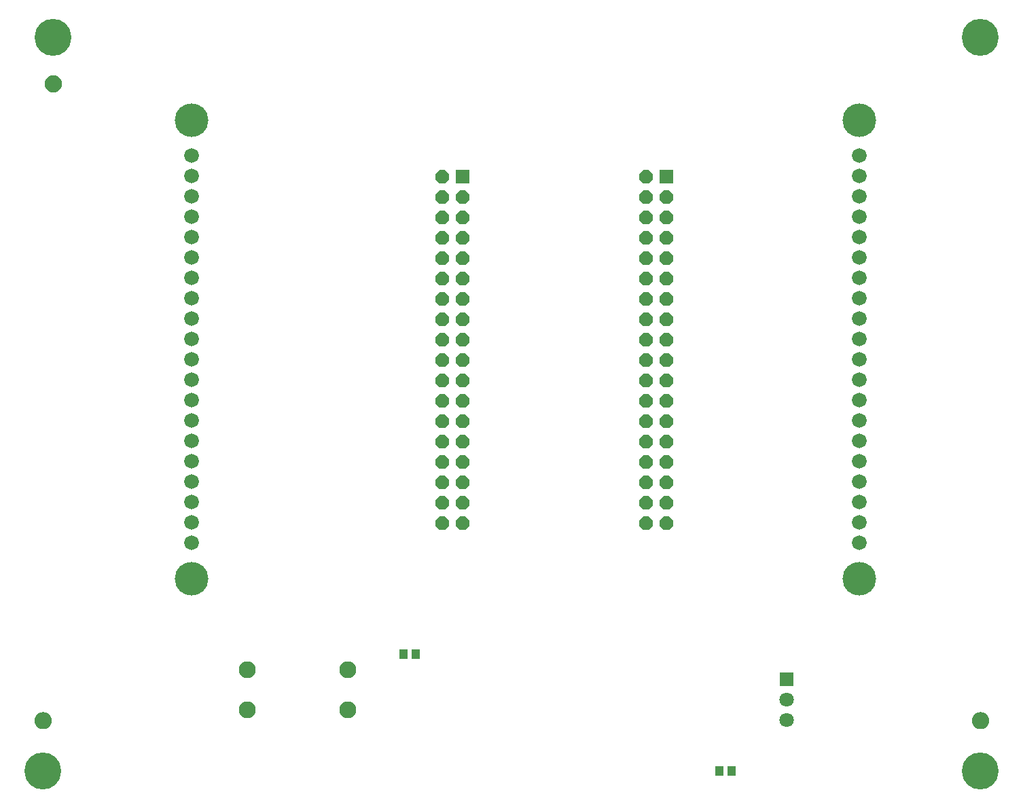
<source format=gbr>
G04 EAGLE Gerber RS-274X export*
G75*
%MOMM*%
%FSLAX34Y34*%
%LPD*%
%INSoldermask Top*%
%IPPOS*%
%AMOC8*
5,1,8,0,0,1.08239X$1,22.5*%
G01*
%ADD10C,2.112400*%
%ADD11R,1.102359X1.183641*%
%ADD12R,1.803400X1.803400*%
%ADD13C,1.803400*%
%ADD14R,1.676400X1.676400*%
%ADD15P,1.814519X8X292.500000*%
%ADD16C,1.828800*%
%ADD17C,4.168400*%
%ADD18C,0.609600*%
%ADD19C,1.168400*%
%ADD20C,4.597400*%


D10*
X430800Y177400D03*
X430800Y127400D03*
X305800Y127400D03*
X305800Y177400D03*
D11*
X499999Y196850D03*
X516001Y196850D03*
D12*
X977900Y165100D03*
D13*
X977900Y139700D03*
X977900Y114300D03*
D14*
X828300Y791800D03*
D15*
X802900Y791800D03*
X828300Y766400D03*
X802900Y766400D03*
X828300Y741000D03*
X802900Y741000D03*
X828300Y715600D03*
X802900Y715600D03*
X828300Y690200D03*
X802900Y690200D03*
X828300Y664800D03*
X802900Y664800D03*
X828300Y639400D03*
X802900Y639400D03*
X828300Y614000D03*
X802900Y614000D03*
X828300Y588600D03*
X802900Y588600D03*
X828300Y563200D03*
X802900Y563200D03*
X828300Y537800D03*
X802900Y537800D03*
X828300Y512400D03*
X802900Y512400D03*
X828300Y487000D03*
X802900Y487000D03*
X828300Y461600D03*
X802900Y461600D03*
X828300Y436200D03*
X802900Y436200D03*
X828300Y410800D03*
X802900Y410800D03*
X828300Y385400D03*
X802900Y385400D03*
X828300Y360000D03*
X802900Y360000D03*
D14*
X574300Y791800D03*
D15*
X548900Y791800D03*
X574300Y766400D03*
X548900Y766400D03*
X574300Y741000D03*
X548900Y741000D03*
X574300Y715600D03*
X548900Y715600D03*
X574300Y690200D03*
X548900Y690200D03*
X574300Y664800D03*
X548900Y664800D03*
X574300Y639400D03*
X548900Y639400D03*
X574300Y614000D03*
X548900Y614000D03*
X574300Y588600D03*
X548900Y588600D03*
X574300Y563200D03*
X548900Y563200D03*
X574300Y537800D03*
X548900Y537800D03*
X574300Y512400D03*
X548900Y512400D03*
X574300Y487000D03*
X548900Y487000D03*
X574300Y461600D03*
X548900Y461600D03*
X574300Y436200D03*
X548900Y436200D03*
X574300Y410800D03*
X548900Y410800D03*
X574300Y385400D03*
X548900Y385400D03*
X574300Y360000D03*
X548900Y360000D03*
D16*
X236220Y817880D03*
X236220Y792480D03*
X236220Y767080D03*
X236220Y741680D03*
X236220Y716280D03*
X236220Y690880D03*
X236220Y665480D03*
X236220Y640080D03*
X236220Y614680D03*
X236220Y589280D03*
X236220Y563880D03*
X236220Y538480D03*
X236220Y513080D03*
X236220Y487680D03*
X236220Y462280D03*
X236220Y436880D03*
X236220Y411480D03*
X236220Y386080D03*
X236220Y360680D03*
X236220Y335280D03*
X1068070Y817880D03*
X1068070Y792480D03*
X1068070Y767080D03*
X1068070Y741680D03*
X1068070Y716280D03*
X1068070Y690880D03*
X1068070Y665480D03*
X1068070Y640080D03*
X1068070Y614680D03*
X1068070Y589280D03*
X1068070Y563880D03*
X1068070Y538480D03*
X1068070Y513080D03*
X1068070Y487680D03*
X1068070Y462280D03*
X1068070Y436880D03*
X1068070Y411480D03*
X1068070Y386080D03*
X1068070Y360680D03*
X1068070Y335280D03*
D17*
X1068070Y290830D03*
X1068070Y862330D03*
X236220Y290830D03*
X236220Y862330D03*
D18*
X55880Y908050D02*
X55882Y908237D01*
X55889Y908424D01*
X55901Y908611D01*
X55917Y908797D01*
X55937Y908983D01*
X55962Y909168D01*
X55992Y909353D01*
X56026Y909537D01*
X56065Y909720D01*
X56108Y909902D01*
X56156Y910082D01*
X56208Y910262D01*
X56265Y910440D01*
X56325Y910617D01*
X56391Y910792D01*
X56460Y910966D01*
X56534Y911138D01*
X56612Y911308D01*
X56694Y911476D01*
X56780Y911642D01*
X56870Y911806D01*
X56964Y911967D01*
X57062Y912127D01*
X57164Y912283D01*
X57270Y912438D01*
X57380Y912589D01*
X57493Y912738D01*
X57610Y912884D01*
X57730Y913027D01*
X57854Y913167D01*
X57981Y913304D01*
X58112Y913438D01*
X58246Y913569D01*
X58383Y913696D01*
X58523Y913820D01*
X58666Y913940D01*
X58812Y914057D01*
X58961Y914170D01*
X59112Y914280D01*
X59267Y914386D01*
X59423Y914488D01*
X59583Y914586D01*
X59744Y914680D01*
X59908Y914770D01*
X60074Y914856D01*
X60242Y914938D01*
X60412Y915016D01*
X60584Y915090D01*
X60758Y915159D01*
X60933Y915225D01*
X61110Y915285D01*
X61288Y915342D01*
X61468Y915394D01*
X61648Y915442D01*
X61830Y915485D01*
X62013Y915524D01*
X62197Y915558D01*
X62382Y915588D01*
X62567Y915613D01*
X62753Y915633D01*
X62939Y915649D01*
X63126Y915661D01*
X63313Y915668D01*
X63500Y915670D01*
X63687Y915668D01*
X63874Y915661D01*
X64061Y915649D01*
X64247Y915633D01*
X64433Y915613D01*
X64618Y915588D01*
X64803Y915558D01*
X64987Y915524D01*
X65170Y915485D01*
X65352Y915442D01*
X65532Y915394D01*
X65712Y915342D01*
X65890Y915285D01*
X66067Y915225D01*
X66242Y915159D01*
X66416Y915090D01*
X66588Y915016D01*
X66758Y914938D01*
X66926Y914856D01*
X67092Y914770D01*
X67256Y914680D01*
X67417Y914586D01*
X67577Y914488D01*
X67733Y914386D01*
X67888Y914280D01*
X68039Y914170D01*
X68188Y914057D01*
X68334Y913940D01*
X68477Y913820D01*
X68617Y913696D01*
X68754Y913569D01*
X68888Y913438D01*
X69019Y913304D01*
X69146Y913167D01*
X69270Y913027D01*
X69390Y912884D01*
X69507Y912738D01*
X69620Y912589D01*
X69730Y912438D01*
X69836Y912283D01*
X69938Y912127D01*
X70036Y911967D01*
X70130Y911806D01*
X70220Y911642D01*
X70306Y911476D01*
X70388Y911308D01*
X70466Y911138D01*
X70540Y910966D01*
X70609Y910792D01*
X70675Y910617D01*
X70735Y910440D01*
X70792Y910262D01*
X70844Y910082D01*
X70892Y909902D01*
X70935Y909720D01*
X70974Y909537D01*
X71008Y909353D01*
X71038Y909168D01*
X71063Y908983D01*
X71083Y908797D01*
X71099Y908611D01*
X71111Y908424D01*
X71118Y908237D01*
X71120Y908050D01*
X71118Y907863D01*
X71111Y907676D01*
X71099Y907489D01*
X71083Y907303D01*
X71063Y907117D01*
X71038Y906932D01*
X71008Y906747D01*
X70974Y906563D01*
X70935Y906380D01*
X70892Y906198D01*
X70844Y906018D01*
X70792Y905838D01*
X70735Y905660D01*
X70675Y905483D01*
X70609Y905308D01*
X70540Y905134D01*
X70466Y904962D01*
X70388Y904792D01*
X70306Y904624D01*
X70220Y904458D01*
X70130Y904294D01*
X70036Y904133D01*
X69938Y903973D01*
X69836Y903817D01*
X69730Y903662D01*
X69620Y903511D01*
X69507Y903362D01*
X69390Y903216D01*
X69270Y903073D01*
X69146Y902933D01*
X69019Y902796D01*
X68888Y902662D01*
X68754Y902531D01*
X68617Y902404D01*
X68477Y902280D01*
X68334Y902160D01*
X68188Y902043D01*
X68039Y901930D01*
X67888Y901820D01*
X67733Y901714D01*
X67577Y901612D01*
X67417Y901514D01*
X67256Y901420D01*
X67092Y901330D01*
X66926Y901244D01*
X66758Y901162D01*
X66588Y901084D01*
X66416Y901010D01*
X66242Y900941D01*
X66067Y900875D01*
X65890Y900815D01*
X65712Y900758D01*
X65532Y900706D01*
X65352Y900658D01*
X65170Y900615D01*
X64987Y900576D01*
X64803Y900542D01*
X64618Y900512D01*
X64433Y900487D01*
X64247Y900467D01*
X64061Y900451D01*
X63874Y900439D01*
X63687Y900432D01*
X63500Y900430D01*
X63313Y900432D01*
X63126Y900439D01*
X62939Y900451D01*
X62753Y900467D01*
X62567Y900487D01*
X62382Y900512D01*
X62197Y900542D01*
X62013Y900576D01*
X61830Y900615D01*
X61648Y900658D01*
X61468Y900706D01*
X61288Y900758D01*
X61110Y900815D01*
X60933Y900875D01*
X60758Y900941D01*
X60584Y901010D01*
X60412Y901084D01*
X60242Y901162D01*
X60074Y901244D01*
X59908Y901330D01*
X59744Y901420D01*
X59583Y901514D01*
X59423Y901612D01*
X59267Y901714D01*
X59112Y901820D01*
X58961Y901930D01*
X58812Y902043D01*
X58666Y902160D01*
X58523Y902280D01*
X58383Y902404D01*
X58246Y902531D01*
X58112Y902662D01*
X57981Y902796D01*
X57854Y902933D01*
X57730Y903073D01*
X57610Y903216D01*
X57493Y903362D01*
X57380Y903511D01*
X57270Y903662D01*
X57164Y903817D01*
X57062Y903973D01*
X56964Y904133D01*
X56870Y904294D01*
X56780Y904458D01*
X56694Y904624D01*
X56612Y904792D01*
X56534Y904962D01*
X56460Y905134D01*
X56391Y905308D01*
X56325Y905483D01*
X56265Y905660D01*
X56208Y905838D01*
X56156Y906018D01*
X56108Y906198D01*
X56065Y906380D01*
X56026Y906563D01*
X55992Y906747D01*
X55962Y906932D01*
X55937Y907117D01*
X55917Y907303D01*
X55901Y907489D01*
X55889Y907676D01*
X55882Y907863D01*
X55880Y908050D01*
D19*
X63500Y908050D03*
D18*
X1211580Y114300D02*
X1211582Y114487D01*
X1211589Y114674D01*
X1211601Y114861D01*
X1211617Y115047D01*
X1211637Y115233D01*
X1211662Y115418D01*
X1211692Y115603D01*
X1211726Y115787D01*
X1211765Y115970D01*
X1211808Y116152D01*
X1211856Y116332D01*
X1211908Y116512D01*
X1211965Y116690D01*
X1212025Y116867D01*
X1212091Y117042D01*
X1212160Y117216D01*
X1212234Y117388D01*
X1212312Y117558D01*
X1212394Y117726D01*
X1212480Y117892D01*
X1212570Y118056D01*
X1212664Y118217D01*
X1212762Y118377D01*
X1212864Y118533D01*
X1212970Y118688D01*
X1213080Y118839D01*
X1213193Y118988D01*
X1213310Y119134D01*
X1213430Y119277D01*
X1213554Y119417D01*
X1213681Y119554D01*
X1213812Y119688D01*
X1213946Y119819D01*
X1214083Y119946D01*
X1214223Y120070D01*
X1214366Y120190D01*
X1214512Y120307D01*
X1214661Y120420D01*
X1214812Y120530D01*
X1214967Y120636D01*
X1215123Y120738D01*
X1215283Y120836D01*
X1215444Y120930D01*
X1215608Y121020D01*
X1215774Y121106D01*
X1215942Y121188D01*
X1216112Y121266D01*
X1216284Y121340D01*
X1216458Y121409D01*
X1216633Y121475D01*
X1216810Y121535D01*
X1216988Y121592D01*
X1217168Y121644D01*
X1217348Y121692D01*
X1217530Y121735D01*
X1217713Y121774D01*
X1217897Y121808D01*
X1218082Y121838D01*
X1218267Y121863D01*
X1218453Y121883D01*
X1218639Y121899D01*
X1218826Y121911D01*
X1219013Y121918D01*
X1219200Y121920D01*
X1219387Y121918D01*
X1219574Y121911D01*
X1219761Y121899D01*
X1219947Y121883D01*
X1220133Y121863D01*
X1220318Y121838D01*
X1220503Y121808D01*
X1220687Y121774D01*
X1220870Y121735D01*
X1221052Y121692D01*
X1221232Y121644D01*
X1221412Y121592D01*
X1221590Y121535D01*
X1221767Y121475D01*
X1221942Y121409D01*
X1222116Y121340D01*
X1222288Y121266D01*
X1222458Y121188D01*
X1222626Y121106D01*
X1222792Y121020D01*
X1222956Y120930D01*
X1223117Y120836D01*
X1223277Y120738D01*
X1223433Y120636D01*
X1223588Y120530D01*
X1223739Y120420D01*
X1223888Y120307D01*
X1224034Y120190D01*
X1224177Y120070D01*
X1224317Y119946D01*
X1224454Y119819D01*
X1224588Y119688D01*
X1224719Y119554D01*
X1224846Y119417D01*
X1224970Y119277D01*
X1225090Y119134D01*
X1225207Y118988D01*
X1225320Y118839D01*
X1225430Y118688D01*
X1225536Y118533D01*
X1225638Y118377D01*
X1225736Y118217D01*
X1225830Y118056D01*
X1225920Y117892D01*
X1226006Y117726D01*
X1226088Y117558D01*
X1226166Y117388D01*
X1226240Y117216D01*
X1226309Y117042D01*
X1226375Y116867D01*
X1226435Y116690D01*
X1226492Y116512D01*
X1226544Y116332D01*
X1226592Y116152D01*
X1226635Y115970D01*
X1226674Y115787D01*
X1226708Y115603D01*
X1226738Y115418D01*
X1226763Y115233D01*
X1226783Y115047D01*
X1226799Y114861D01*
X1226811Y114674D01*
X1226818Y114487D01*
X1226820Y114300D01*
X1226818Y114113D01*
X1226811Y113926D01*
X1226799Y113739D01*
X1226783Y113553D01*
X1226763Y113367D01*
X1226738Y113182D01*
X1226708Y112997D01*
X1226674Y112813D01*
X1226635Y112630D01*
X1226592Y112448D01*
X1226544Y112268D01*
X1226492Y112088D01*
X1226435Y111910D01*
X1226375Y111733D01*
X1226309Y111558D01*
X1226240Y111384D01*
X1226166Y111212D01*
X1226088Y111042D01*
X1226006Y110874D01*
X1225920Y110708D01*
X1225830Y110544D01*
X1225736Y110383D01*
X1225638Y110223D01*
X1225536Y110067D01*
X1225430Y109912D01*
X1225320Y109761D01*
X1225207Y109612D01*
X1225090Y109466D01*
X1224970Y109323D01*
X1224846Y109183D01*
X1224719Y109046D01*
X1224588Y108912D01*
X1224454Y108781D01*
X1224317Y108654D01*
X1224177Y108530D01*
X1224034Y108410D01*
X1223888Y108293D01*
X1223739Y108180D01*
X1223588Y108070D01*
X1223433Y107964D01*
X1223277Y107862D01*
X1223117Y107764D01*
X1222956Y107670D01*
X1222792Y107580D01*
X1222626Y107494D01*
X1222458Y107412D01*
X1222288Y107334D01*
X1222116Y107260D01*
X1221942Y107191D01*
X1221767Y107125D01*
X1221590Y107065D01*
X1221412Y107008D01*
X1221232Y106956D01*
X1221052Y106908D01*
X1220870Y106865D01*
X1220687Y106826D01*
X1220503Y106792D01*
X1220318Y106762D01*
X1220133Y106737D01*
X1219947Y106717D01*
X1219761Y106701D01*
X1219574Y106689D01*
X1219387Y106682D01*
X1219200Y106680D01*
X1219013Y106682D01*
X1218826Y106689D01*
X1218639Y106701D01*
X1218453Y106717D01*
X1218267Y106737D01*
X1218082Y106762D01*
X1217897Y106792D01*
X1217713Y106826D01*
X1217530Y106865D01*
X1217348Y106908D01*
X1217168Y106956D01*
X1216988Y107008D01*
X1216810Y107065D01*
X1216633Y107125D01*
X1216458Y107191D01*
X1216284Y107260D01*
X1216112Y107334D01*
X1215942Y107412D01*
X1215774Y107494D01*
X1215608Y107580D01*
X1215444Y107670D01*
X1215283Y107764D01*
X1215123Y107862D01*
X1214967Y107964D01*
X1214812Y108070D01*
X1214661Y108180D01*
X1214512Y108293D01*
X1214366Y108410D01*
X1214223Y108530D01*
X1214083Y108654D01*
X1213946Y108781D01*
X1213812Y108912D01*
X1213681Y109046D01*
X1213554Y109183D01*
X1213430Y109323D01*
X1213310Y109466D01*
X1213193Y109612D01*
X1213080Y109761D01*
X1212970Y109912D01*
X1212864Y110067D01*
X1212762Y110223D01*
X1212664Y110383D01*
X1212570Y110544D01*
X1212480Y110708D01*
X1212394Y110874D01*
X1212312Y111042D01*
X1212234Y111212D01*
X1212160Y111384D01*
X1212091Y111558D01*
X1212025Y111733D01*
X1211965Y111910D01*
X1211908Y112088D01*
X1211856Y112268D01*
X1211808Y112448D01*
X1211765Y112630D01*
X1211726Y112813D01*
X1211692Y112997D01*
X1211662Y113182D01*
X1211637Y113367D01*
X1211617Y113553D01*
X1211601Y113739D01*
X1211589Y113926D01*
X1211582Y114113D01*
X1211580Y114300D01*
D19*
X1219200Y114300D03*
D18*
X43180Y114300D02*
X43182Y114487D01*
X43189Y114674D01*
X43201Y114861D01*
X43217Y115047D01*
X43237Y115233D01*
X43262Y115418D01*
X43292Y115603D01*
X43326Y115787D01*
X43365Y115970D01*
X43408Y116152D01*
X43456Y116332D01*
X43508Y116512D01*
X43565Y116690D01*
X43625Y116867D01*
X43691Y117042D01*
X43760Y117216D01*
X43834Y117388D01*
X43912Y117558D01*
X43994Y117726D01*
X44080Y117892D01*
X44170Y118056D01*
X44264Y118217D01*
X44362Y118377D01*
X44464Y118533D01*
X44570Y118688D01*
X44680Y118839D01*
X44793Y118988D01*
X44910Y119134D01*
X45030Y119277D01*
X45154Y119417D01*
X45281Y119554D01*
X45412Y119688D01*
X45546Y119819D01*
X45683Y119946D01*
X45823Y120070D01*
X45966Y120190D01*
X46112Y120307D01*
X46261Y120420D01*
X46412Y120530D01*
X46567Y120636D01*
X46723Y120738D01*
X46883Y120836D01*
X47044Y120930D01*
X47208Y121020D01*
X47374Y121106D01*
X47542Y121188D01*
X47712Y121266D01*
X47884Y121340D01*
X48058Y121409D01*
X48233Y121475D01*
X48410Y121535D01*
X48588Y121592D01*
X48768Y121644D01*
X48948Y121692D01*
X49130Y121735D01*
X49313Y121774D01*
X49497Y121808D01*
X49682Y121838D01*
X49867Y121863D01*
X50053Y121883D01*
X50239Y121899D01*
X50426Y121911D01*
X50613Y121918D01*
X50800Y121920D01*
X50987Y121918D01*
X51174Y121911D01*
X51361Y121899D01*
X51547Y121883D01*
X51733Y121863D01*
X51918Y121838D01*
X52103Y121808D01*
X52287Y121774D01*
X52470Y121735D01*
X52652Y121692D01*
X52832Y121644D01*
X53012Y121592D01*
X53190Y121535D01*
X53367Y121475D01*
X53542Y121409D01*
X53716Y121340D01*
X53888Y121266D01*
X54058Y121188D01*
X54226Y121106D01*
X54392Y121020D01*
X54556Y120930D01*
X54717Y120836D01*
X54877Y120738D01*
X55033Y120636D01*
X55188Y120530D01*
X55339Y120420D01*
X55488Y120307D01*
X55634Y120190D01*
X55777Y120070D01*
X55917Y119946D01*
X56054Y119819D01*
X56188Y119688D01*
X56319Y119554D01*
X56446Y119417D01*
X56570Y119277D01*
X56690Y119134D01*
X56807Y118988D01*
X56920Y118839D01*
X57030Y118688D01*
X57136Y118533D01*
X57238Y118377D01*
X57336Y118217D01*
X57430Y118056D01*
X57520Y117892D01*
X57606Y117726D01*
X57688Y117558D01*
X57766Y117388D01*
X57840Y117216D01*
X57909Y117042D01*
X57975Y116867D01*
X58035Y116690D01*
X58092Y116512D01*
X58144Y116332D01*
X58192Y116152D01*
X58235Y115970D01*
X58274Y115787D01*
X58308Y115603D01*
X58338Y115418D01*
X58363Y115233D01*
X58383Y115047D01*
X58399Y114861D01*
X58411Y114674D01*
X58418Y114487D01*
X58420Y114300D01*
X58418Y114113D01*
X58411Y113926D01*
X58399Y113739D01*
X58383Y113553D01*
X58363Y113367D01*
X58338Y113182D01*
X58308Y112997D01*
X58274Y112813D01*
X58235Y112630D01*
X58192Y112448D01*
X58144Y112268D01*
X58092Y112088D01*
X58035Y111910D01*
X57975Y111733D01*
X57909Y111558D01*
X57840Y111384D01*
X57766Y111212D01*
X57688Y111042D01*
X57606Y110874D01*
X57520Y110708D01*
X57430Y110544D01*
X57336Y110383D01*
X57238Y110223D01*
X57136Y110067D01*
X57030Y109912D01*
X56920Y109761D01*
X56807Y109612D01*
X56690Y109466D01*
X56570Y109323D01*
X56446Y109183D01*
X56319Y109046D01*
X56188Y108912D01*
X56054Y108781D01*
X55917Y108654D01*
X55777Y108530D01*
X55634Y108410D01*
X55488Y108293D01*
X55339Y108180D01*
X55188Y108070D01*
X55033Y107964D01*
X54877Y107862D01*
X54717Y107764D01*
X54556Y107670D01*
X54392Y107580D01*
X54226Y107494D01*
X54058Y107412D01*
X53888Y107334D01*
X53716Y107260D01*
X53542Y107191D01*
X53367Y107125D01*
X53190Y107065D01*
X53012Y107008D01*
X52832Y106956D01*
X52652Y106908D01*
X52470Y106865D01*
X52287Y106826D01*
X52103Y106792D01*
X51918Y106762D01*
X51733Y106737D01*
X51547Y106717D01*
X51361Y106701D01*
X51174Y106689D01*
X50987Y106682D01*
X50800Y106680D01*
X50613Y106682D01*
X50426Y106689D01*
X50239Y106701D01*
X50053Y106717D01*
X49867Y106737D01*
X49682Y106762D01*
X49497Y106792D01*
X49313Y106826D01*
X49130Y106865D01*
X48948Y106908D01*
X48768Y106956D01*
X48588Y107008D01*
X48410Y107065D01*
X48233Y107125D01*
X48058Y107191D01*
X47884Y107260D01*
X47712Y107334D01*
X47542Y107412D01*
X47374Y107494D01*
X47208Y107580D01*
X47044Y107670D01*
X46883Y107764D01*
X46723Y107862D01*
X46567Y107964D01*
X46412Y108070D01*
X46261Y108180D01*
X46112Y108293D01*
X45966Y108410D01*
X45823Y108530D01*
X45683Y108654D01*
X45546Y108781D01*
X45412Y108912D01*
X45281Y109046D01*
X45154Y109183D01*
X45030Y109323D01*
X44910Y109466D01*
X44793Y109612D01*
X44680Y109761D01*
X44570Y109912D01*
X44464Y110067D01*
X44362Y110223D01*
X44264Y110383D01*
X44170Y110544D01*
X44080Y110708D01*
X43994Y110874D01*
X43912Y111042D01*
X43834Y111212D01*
X43760Y111384D01*
X43691Y111558D01*
X43625Y111733D01*
X43565Y111910D01*
X43508Y112088D01*
X43456Y112268D01*
X43408Y112448D01*
X43365Y112630D01*
X43326Y112813D01*
X43292Y112997D01*
X43262Y113182D01*
X43237Y113367D01*
X43217Y113553D01*
X43201Y113739D01*
X43189Y113926D01*
X43182Y114113D01*
X43180Y114300D01*
D19*
X50800Y114300D03*
D20*
X50800Y50800D03*
X1219200Y50800D03*
X1219200Y965200D03*
X63500Y965200D03*
D11*
X893699Y50800D03*
X909701Y50800D03*
M02*

</source>
